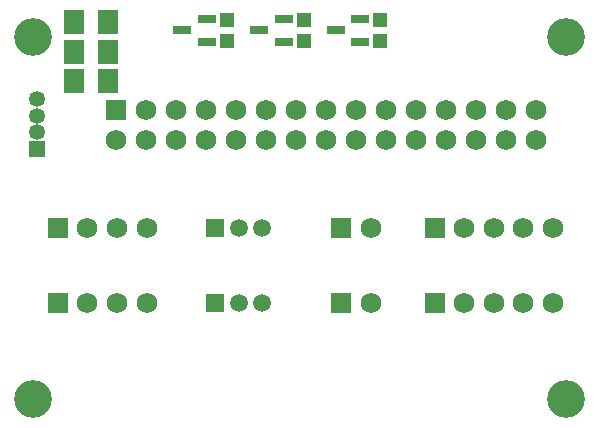
<source format=gts>
%FSLAX25Y25*%
%MOIN*%
G70*
G01*
G75*
G04 Layer_Color=8388736*
%ADD10C,0.01181*%
%ADD11C,0.02362*%
%ADD12C,0.01575*%
%ADD13C,0.03150*%
%ADD14R,0.05512X0.02362*%
%ADD15R,0.05906X0.07087*%
%ADD16R,0.03937X0.03937*%
%ADD17C,0.03937*%
%ADD18C,0.06102*%
%ADD19R,0.06102X0.06102*%
%ADD20C,0.11811*%
%ADD21C,0.04528*%
%ADD22R,0.04528X0.04528*%
%ADD23C,0.05118*%
%ADD24R,0.05118X0.05118*%
%ADD25C,0.02756*%
%ADD26R,0.02362X0.05512*%
%ADD27R,0.03937X0.03937*%
%ADD28C,0.00984*%
%ADD29C,0.00787*%
%ADD30C,0.00591*%
%ADD31R,0.06299X0.03150*%
%ADD32R,0.06693X0.07874*%
%ADD33R,0.04724X0.04724*%
%ADD34C,0.06890*%
%ADD35R,0.06890X0.06890*%
%ADD36C,0.12598*%
%ADD37C,0.05315*%
%ADD38R,0.05315X0.05315*%
%ADD39C,0.05906*%
%ADD40R,0.05906X0.05906*%
D31*
X95276Y130905D02*
D03*
Y138386D02*
D03*
X87008Y134646D02*
D03*
X120866Y130905D02*
D03*
Y138386D02*
D03*
X112598Y134646D02*
D03*
X69685Y130905D02*
D03*
Y138386D02*
D03*
X61417Y134646D02*
D03*
D32*
X25394Y137402D02*
D03*
X36811D02*
D03*
Y127559D02*
D03*
X25394D02*
D03*
X36811Y117717D02*
D03*
X25394D02*
D03*
D33*
X127559Y131102D02*
D03*
Y138189D02*
D03*
X101969Y131102D02*
D03*
Y138189D02*
D03*
X76378Y138189D02*
D03*
Y131102D02*
D03*
D34*
X179370Y108268D02*
D03*
Y98268D02*
D03*
X169370Y108268D02*
D03*
Y98268D02*
D03*
X159370Y108268D02*
D03*
Y98268D02*
D03*
X149370Y108268D02*
D03*
Y98268D02*
D03*
X139370D02*
D03*
Y108268D02*
D03*
X99370D02*
D03*
Y98268D02*
D03*
X89370D02*
D03*
Y108268D02*
D03*
X49370D02*
D03*
X59370D02*
D03*
X79370D02*
D03*
X69370D02*
D03*
Y98268D02*
D03*
X79370D02*
D03*
X59370D02*
D03*
X49370D02*
D03*
X39370D02*
D03*
X109370D02*
D03*
Y108268D02*
D03*
X119370Y98268D02*
D03*
Y108268D02*
D03*
X129370Y98268D02*
D03*
Y108268D02*
D03*
X124409Y43701D02*
D03*
X29921D02*
D03*
X39764D02*
D03*
X49606D02*
D03*
X185039D02*
D03*
X175197D02*
D03*
X165354D02*
D03*
X155512D02*
D03*
X185039Y68898D02*
D03*
X175197D02*
D03*
X165354D02*
D03*
X155512D02*
D03*
X124409D02*
D03*
X29921D02*
D03*
X39764D02*
D03*
X49606D02*
D03*
D35*
X39370Y108268D02*
D03*
X114567Y43701D02*
D03*
X20079D02*
D03*
X145669D02*
D03*
Y68898D02*
D03*
X114567D02*
D03*
X20079D02*
D03*
D36*
X189409Y132520D02*
D03*
X11811Y132520D02*
D03*
Y11811D02*
D03*
X189409D02*
D03*
D37*
X13189Y111653D02*
D03*
Y106142D02*
D03*
Y100630D02*
D03*
D38*
Y95118D02*
D03*
D39*
X88189Y68898D02*
D03*
X80315D02*
D03*
X88189Y43701D02*
D03*
X80315D02*
D03*
D40*
X72441Y68898D02*
D03*
Y43701D02*
D03*
M02*

</source>
